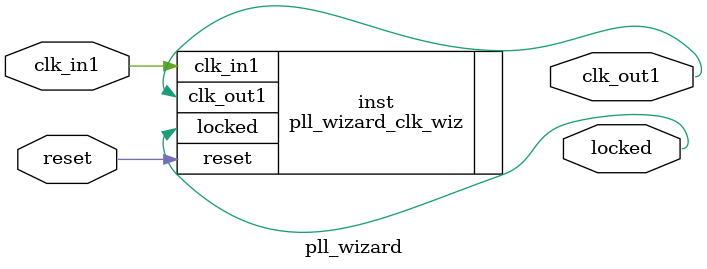
<source format=v>


`timescale 1ps/1ps

(* CORE_GENERATION_INFO = "pll_wizard,clk_wiz_v6_0_5_0_0,{component_name=pll_wizard,use_phase_alignment=true,use_min_o_jitter=false,use_max_i_jitter=false,use_dyn_phase_shift=false,use_inclk_switchover=false,use_dyn_reconfig=false,enable_axi=0,feedback_source=FDBK_AUTO,PRIMITIVE=PLL,num_out_clk=1,clkin1_period=20.000,clkin2_period=10.0,use_power_down=false,use_reset=true,use_locked=true,use_inclk_stopped=false,feedback_type=SINGLE,CLOCK_MGR_TYPE=NA,manual_override=false}" *)

module pll_wizard 
 (
  // Clock out ports
  output        clk_out1,
  // Status and control signals
  input         reset,
  output        locked,
 // Clock in ports
  input         clk_in1
 );

  pll_wizard_clk_wiz inst
  (
  // Clock out ports  
  .clk_out1(clk_out1),
  // Status and control signals               
  .reset(reset), 
  .locked(locked),
 // Clock in ports
  .clk_in1(clk_in1)
  );

endmodule

</source>
